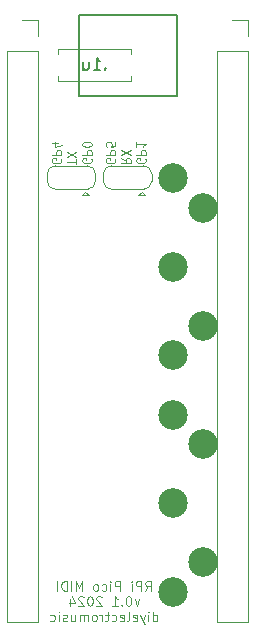
<source format=gbr>
%TF.GenerationSoftware,KiCad,Pcbnew,7.0.9*%
%TF.CreationDate,2024-05-31T08:48:14+01:00*%
%TF.ProjectId,PicoMIDIPackSingle,5069636f-4d49-4444-9950-61636b53696e,rev?*%
%TF.SameCoordinates,Original*%
%TF.FileFunction,Legend,Bot*%
%TF.FilePolarity,Positive*%
%FSLAX46Y46*%
G04 Gerber Fmt 4.6, Leading zero omitted, Abs format (unit mm)*
G04 Created by KiCad (PCBNEW 7.0.9) date 2024-05-31 08:48:14*
%MOMM*%
%LPD*%
G01*
G04 APERTURE LIST*
%ADD10C,0.150000*%
%ADD11C,0.100000*%
%ADD12C,0.120000*%
%ADD13C,2.499360*%
G04 APERTURE END LIST*
D10*
X45920000Y-74140000D02*
X54210000Y-74140000D01*
X54210000Y-80950000D01*
X45920000Y-80950000D01*
X45920000Y-74140000D01*
D11*
X51491713Y-122832895D02*
X51758380Y-122451942D01*
X51948856Y-122832895D02*
X51948856Y-122032895D01*
X51948856Y-122032895D02*
X51644094Y-122032895D01*
X51644094Y-122032895D02*
X51567904Y-122070990D01*
X51567904Y-122070990D02*
X51529809Y-122109085D01*
X51529809Y-122109085D02*
X51491713Y-122185276D01*
X51491713Y-122185276D02*
X51491713Y-122299561D01*
X51491713Y-122299561D02*
X51529809Y-122375752D01*
X51529809Y-122375752D02*
X51567904Y-122413847D01*
X51567904Y-122413847D02*
X51644094Y-122451942D01*
X51644094Y-122451942D02*
X51948856Y-122451942D01*
X51148856Y-122832895D02*
X51148856Y-122032895D01*
X51148856Y-122032895D02*
X50844094Y-122032895D01*
X50844094Y-122032895D02*
X50767904Y-122070990D01*
X50767904Y-122070990D02*
X50729809Y-122109085D01*
X50729809Y-122109085D02*
X50691713Y-122185276D01*
X50691713Y-122185276D02*
X50691713Y-122299561D01*
X50691713Y-122299561D02*
X50729809Y-122375752D01*
X50729809Y-122375752D02*
X50767904Y-122413847D01*
X50767904Y-122413847D02*
X50844094Y-122451942D01*
X50844094Y-122451942D02*
X51148856Y-122451942D01*
X50348856Y-122832895D02*
X50348856Y-122299561D01*
X50348856Y-122032895D02*
X50386952Y-122070990D01*
X50386952Y-122070990D02*
X50348856Y-122109085D01*
X50348856Y-122109085D02*
X50310761Y-122070990D01*
X50310761Y-122070990D02*
X50348856Y-122032895D01*
X50348856Y-122032895D02*
X50348856Y-122109085D01*
X49358380Y-122832895D02*
X49358380Y-122032895D01*
X49358380Y-122032895D02*
X49053618Y-122032895D01*
X49053618Y-122032895D02*
X48977428Y-122070990D01*
X48977428Y-122070990D02*
X48939333Y-122109085D01*
X48939333Y-122109085D02*
X48901237Y-122185276D01*
X48901237Y-122185276D02*
X48901237Y-122299561D01*
X48901237Y-122299561D02*
X48939333Y-122375752D01*
X48939333Y-122375752D02*
X48977428Y-122413847D01*
X48977428Y-122413847D02*
X49053618Y-122451942D01*
X49053618Y-122451942D02*
X49358380Y-122451942D01*
X48558380Y-122832895D02*
X48558380Y-122299561D01*
X48558380Y-122032895D02*
X48596476Y-122070990D01*
X48596476Y-122070990D02*
X48558380Y-122109085D01*
X48558380Y-122109085D02*
X48520285Y-122070990D01*
X48520285Y-122070990D02*
X48558380Y-122032895D01*
X48558380Y-122032895D02*
X48558380Y-122109085D01*
X47834571Y-122794800D02*
X47910762Y-122832895D01*
X47910762Y-122832895D02*
X48063143Y-122832895D01*
X48063143Y-122832895D02*
X48139333Y-122794800D01*
X48139333Y-122794800D02*
X48177428Y-122756704D01*
X48177428Y-122756704D02*
X48215524Y-122680514D01*
X48215524Y-122680514D02*
X48215524Y-122451942D01*
X48215524Y-122451942D02*
X48177428Y-122375752D01*
X48177428Y-122375752D02*
X48139333Y-122337657D01*
X48139333Y-122337657D02*
X48063143Y-122299561D01*
X48063143Y-122299561D02*
X47910762Y-122299561D01*
X47910762Y-122299561D02*
X47834571Y-122337657D01*
X47377429Y-122832895D02*
X47453619Y-122794800D01*
X47453619Y-122794800D02*
X47491714Y-122756704D01*
X47491714Y-122756704D02*
X47529810Y-122680514D01*
X47529810Y-122680514D02*
X47529810Y-122451942D01*
X47529810Y-122451942D02*
X47491714Y-122375752D01*
X47491714Y-122375752D02*
X47453619Y-122337657D01*
X47453619Y-122337657D02*
X47377429Y-122299561D01*
X47377429Y-122299561D02*
X47263143Y-122299561D01*
X47263143Y-122299561D02*
X47186952Y-122337657D01*
X47186952Y-122337657D02*
X47148857Y-122375752D01*
X47148857Y-122375752D02*
X47110762Y-122451942D01*
X47110762Y-122451942D02*
X47110762Y-122680514D01*
X47110762Y-122680514D02*
X47148857Y-122756704D01*
X47148857Y-122756704D02*
X47186952Y-122794800D01*
X47186952Y-122794800D02*
X47263143Y-122832895D01*
X47263143Y-122832895D02*
X47377429Y-122832895D01*
X46158380Y-122832895D02*
X46158380Y-122032895D01*
X46158380Y-122032895D02*
X45891714Y-122604323D01*
X45891714Y-122604323D02*
X45625047Y-122032895D01*
X45625047Y-122032895D02*
X45625047Y-122832895D01*
X45244094Y-122832895D02*
X45244094Y-122032895D01*
X44863142Y-122832895D02*
X44863142Y-122032895D01*
X44863142Y-122032895D02*
X44672666Y-122032895D01*
X44672666Y-122032895D02*
X44558380Y-122070990D01*
X44558380Y-122070990D02*
X44482190Y-122147180D01*
X44482190Y-122147180D02*
X44444095Y-122223371D01*
X44444095Y-122223371D02*
X44405999Y-122375752D01*
X44405999Y-122375752D02*
X44405999Y-122490038D01*
X44405999Y-122490038D02*
X44444095Y-122642419D01*
X44444095Y-122642419D02*
X44482190Y-122718609D01*
X44482190Y-122718609D02*
X44558380Y-122794800D01*
X44558380Y-122794800D02*
X44672666Y-122832895D01*
X44672666Y-122832895D02*
X44863142Y-122832895D01*
X44063142Y-122832895D02*
X44063142Y-122032895D01*
X50977429Y-123587561D02*
X50786953Y-124120895D01*
X50786953Y-124120895D02*
X50596476Y-123587561D01*
X50139333Y-123320895D02*
X50063143Y-123320895D01*
X50063143Y-123320895D02*
X49986952Y-123358990D01*
X49986952Y-123358990D02*
X49948857Y-123397085D01*
X49948857Y-123397085D02*
X49910762Y-123473276D01*
X49910762Y-123473276D02*
X49872667Y-123625657D01*
X49872667Y-123625657D02*
X49872667Y-123816133D01*
X49872667Y-123816133D02*
X49910762Y-123968514D01*
X49910762Y-123968514D02*
X49948857Y-124044704D01*
X49948857Y-124044704D02*
X49986952Y-124082800D01*
X49986952Y-124082800D02*
X50063143Y-124120895D01*
X50063143Y-124120895D02*
X50139333Y-124120895D01*
X50139333Y-124120895D02*
X50215524Y-124082800D01*
X50215524Y-124082800D02*
X50253619Y-124044704D01*
X50253619Y-124044704D02*
X50291714Y-123968514D01*
X50291714Y-123968514D02*
X50329810Y-123816133D01*
X50329810Y-123816133D02*
X50329810Y-123625657D01*
X50329810Y-123625657D02*
X50291714Y-123473276D01*
X50291714Y-123473276D02*
X50253619Y-123397085D01*
X50253619Y-123397085D02*
X50215524Y-123358990D01*
X50215524Y-123358990D02*
X50139333Y-123320895D01*
X49529809Y-124044704D02*
X49491714Y-124082800D01*
X49491714Y-124082800D02*
X49529809Y-124120895D01*
X49529809Y-124120895D02*
X49567905Y-124082800D01*
X49567905Y-124082800D02*
X49529809Y-124044704D01*
X49529809Y-124044704D02*
X49529809Y-124120895D01*
X48729810Y-124120895D02*
X49186953Y-124120895D01*
X48958381Y-124120895D02*
X48958381Y-123320895D01*
X48958381Y-123320895D02*
X49034572Y-123435180D01*
X49034572Y-123435180D02*
X49110762Y-123511371D01*
X49110762Y-123511371D02*
X49186953Y-123549466D01*
X47815524Y-123397085D02*
X47777428Y-123358990D01*
X47777428Y-123358990D02*
X47701238Y-123320895D01*
X47701238Y-123320895D02*
X47510762Y-123320895D01*
X47510762Y-123320895D02*
X47434571Y-123358990D01*
X47434571Y-123358990D02*
X47396476Y-123397085D01*
X47396476Y-123397085D02*
X47358381Y-123473276D01*
X47358381Y-123473276D02*
X47358381Y-123549466D01*
X47358381Y-123549466D02*
X47396476Y-123663752D01*
X47396476Y-123663752D02*
X47853619Y-124120895D01*
X47853619Y-124120895D02*
X47358381Y-124120895D01*
X46863142Y-123320895D02*
X46786952Y-123320895D01*
X46786952Y-123320895D02*
X46710761Y-123358990D01*
X46710761Y-123358990D02*
X46672666Y-123397085D01*
X46672666Y-123397085D02*
X46634571Y-123473276D01*
X46634571Y-123473276D02*
X46596476Y-123625657D01*
X46596476Y-123625657D02*
X46596476Y-123816133D01*
X46596476Y-123816133D02*
X46634571Y-123968514D01*
X46634571Y-123968514D02*
X46672666Y-124044704D01*
X46672666Y-124044704D02*
X46710761Y-124082800D01*
X46710761Y-124082800D02*
X46786952Y-124120895D01*
X46786952Y-124120895D02*
X46863142Y-124120895D01*
X46863142Y-124120895D02*
X46939333Y-124082800D01*
X46939333Y-124082800D02*
X46977428Y-124044704D01*
X46977428Y-124044704D02*
X47015523Y-123968514D01*
X47015523Y-123968514D02*
X47053619Y-123816133D01*
X47053619Y-123816133D02*
X47053619Y-123625657D01*
X47053619Y-123625657D02*
X47015523Y-123473276D01*
X47015523Y-123473276D02*
X46977428Y-123397085D01*
X46977428Y-123397085D02*
X46939333Y-123358990D01*
X46939333Y-123358990D02*
X46863142Y-123320895D01*
X46291714Y-123397085D02*
X46253618Y-123358990D01*
X46253618Y-123358990D02*
X46177428Y-123320895D01*
X46177428Y-123320895D02*
X45986952Y-123320895D01*
X45986952Y-123320895D02*
X45910761Y-123358990D01*
X45910761Y-123358990D02*
X45872666Y-123397085D01*
X45872666Y-123397085D02*
X45834571Y-123473276D01*
X45834571Y-123473276D02*
X45834571Y-123549466D01*
X45834571Y-123549466D02*
X45872666Y-123663752D01*
X45872666Y-123663752D02*
X46329809Y-124120895D01*
X46329809Y-124120895D02*
X45834571Y-124120895D01*
X45148856Y-123587561D02*
X45148856Y-124120895D01*
X45339332Y-123282800D02*
X45529809Y-123854228D01*
X45529809Y-123854228D02*
X45034570Y-123854228D01*
X52158380Y-125408895D02*
X52158380Y-124608895D01*
X52158380Y-125370800D02*
X52234571Y-125408895D01*
X52234571Y-125408895D02*
X52386952Y-125408895D01*
X52386952Y-125408895D02*
X52463142Y-125370800D01*
X52463142Y-125370800D02*
X52501237Y-125332704D01*
X52501237Y-125332704D02*
X52539333Y-125256514D01*
X52539333Y-125256514D02*
X52539333Y-125027942D01*
X52539333Y-125027942D02*
X52501237Y-124951752D01*
X52501237Y-124951752D02*
X52463142Y-124913657D01*
X52463142Y-124913657D02*
X52386952Y-124875561D01*
X52386952Y-124875561D02*
X52234571Y-124875561D01*
X52234571Y-124875561D02*
X52158380Y-124913657D01*
X51777427Y-125408895D02*
X51777427Y-124875561D01*
X51777427Y-124608895D02*
X51815523Y-124646990D01*
X51815523Y-124646990D02*
X51777427Y-124685085D01*
X51777427Y-124685085D02*
X51739332Y-124646990D01*
X51739332Y-124646990D02*
X51777427Y-124608895D01*
X51777427Y-124608895D02*
X51777427Y-124685085D01*
X51472666Y-124875561D02*
X51282190Y-125408895D01*
X51091713Y-124875561D02*
X51282190Y-125408895D01*
X51282190Y-125408895D02*
X51358380Y-125599371D01*
X51358380Y-125599371D02*
X51396475Y-125637466D01*
X51396475Y-125637466D02*
X51472666Y-125675561D01*
X50482189Y-125370800D02*
X50558380Y-125408895D01*
X50558380Y-125408895D02*
X50710761Y-125408895D01*
X50710761Y-125408895D02*
X50786951Y-125370800D01*
X50786951Y-125370800D02*
X50825047Y-125294609D01*
X50825047Y-125294609D02*
X50825047Y-124989847D01*
X50825047Y-124989847D02*
X50786951Y-124913657D01*
X50786951Y-124913657D02*
X50710761Y-124875561D01*
X50710761Y-124875561D02*
X50558380Y-124875561D01*
X50558380Y-124875561D02*
X50482189Y-124913657D01*
X50482189Y-124913657D02*
X50444094Y-124989847D01*
X50444094Y-124989847D02*
X50444094Y-125066038D01*
X50444094Y-125066038D02*
X50825047Y-125142228D01*
X49986952Y-125408895D02*
X50063142Y-125370800D01*
X50063142Y-125370800D02*
X50101237Y-125294609D01*
X50101237Y-125294609D02*
X50101237Y-124608895D01*
X49377427Y-125370800D02*
X49453618Y-125408895D01*
X49453618Y-125408895D02*
X49605999Y-125408895D01*
X49605999Y-125408895D02*
X49682189Y-125370800D01*
X49682189Y-125370800D02*
X49720285Y-125294609D01*
X49720285Y-125294609D02*
X49720285Y-124989847D01*
X49720285Y-124989847D02*
X49682189Y-124913657D01*
X49682189Y-124913657D02*
X49605999Y-124875561D01*
X49605999Y-124875561D02*
X49453618Y-124875561D01*
X49453618Y-124875561D02*
X49377427Y-124913657D01*
X49377427Y-124913657D02*
X49339332Y-124989847D01*
X49339332Y-124989847D02*
X49339332Y-125066038D01*
X49339332Y-125066038D02*
X49720285Y-125142228D01*
X48653618Y-125370800D02*
X48729809Y-125408895D01*
X48729809Y-125408895D02*
X48882190Y-125408895D01*
X48882190Y-125408895D02*
X48958380Y-125370800D01*
X48958380Y-125370800D02*
X48996475Y-125332704D01*
X48996475Y-125332704D02*
X49034571Y-125256514D01*
X49034571Y-125256514D02*
X49034571Y-125027942D01*
X49034571Y-125027942D02*
X48996475Y-124951752D01*
X48996475Y-124951752D02*
X48958380Y-124913657D01*
X48958380Y-124913657D02*
X48882190Y-124875561D01*
X48882190Y-124875561D02*
X48729809Y-124875561D01*
X48729809Y-124875561D02*
X48653618Y-124913657D01*
X48425047Y-124875561D02*
X48120285Y-124875561D01*
X48310761Y-124608895D02*
X48310761Y-125294609D01*
X48310761Y-125294609D02*
X48272666Y-125370800D01*
X48272666Y-125370800D02*
X48196476Y-125408895D01*
X48196476Y-125408895D02*
X48120285Y-125408895D01*
X47853618Y-125408895D02*
X47853618Y-124875561D01*
X47853618Y-125027942D02*
X47815523Y-124951752D01*
X47815523Y-124951752D02*
X47777428Y-124913657D01*
X47777428Y-124913657D02*
X47701237Y-124875561D01*
X47701237Y-124875561D02*
X47625047Y-124875561D01*
X47244095Y-125408895D02*
X47320285Y-125370800D01*
X47320285Y-125370800D02*
X47358380Y-125332704D01*
X47358380Y-125332704D02*
X47396476Y-125256514D01*
X47396476Y-125256514D02*
X47396476Y-125027942D01*
X47396476Y-125027942D02*
X47358380Y-124951752D01*
X47358380Y-124951752D02*
X47320285Y-124913657D01*
X47320285Y-124913657D02*
X47244095Y-124875561D01*
X47244095Y-124875561D02*
X47129809Y-124875561D01*
X47129809Y-124875561D02*
X47053618Y-124913657D01*
X47053618Y-124913657D02*
X47015523Y-124951752D01*
X47015523Y-124951752D02*
X46977428Y-125027942D01*
X46977428Y-125027942D02*
X46977428Y-125256514D01*
X46977428Y-125256514D02*
X47015523Y-125332704D01*
X47015523Y-125332704D02*
X47053618Y-125370800D01*
X47053618Y-125370800D02*
X47129809Y-125408895D01*
X47129809Y-125408895D02*
X47244095Y-125408895D01*
X46634570Y-125408895D02*
X46634570Y-124875561D01*
X46634570Y-124951752D02*
X46596475Y-124913657D01*
X46596475Y-124913657D02*
X46520285Y-124875561D01*
X46520285Y-124875561D02*
X46405999Y-124875561D01*
X46405999Y-124875561D02*
X46329808Y-124913657D01*
X46329808Y-124913657D02*
X46291713Y-124989847D01*
X46291713Y-124989847D02*
X46291713Y-125408895D01*
X46291713Y-124989847D02*
X46253618Y-124913657D01*
X46253618Y-124913657D02*
X46177427Y-124875561D01*
X46177427Y-124875561D02*
X46063142Y-124875561D01*
X46063142Y-124875561D02*
X45986951Y-124913657D01*
X45986951Y-124913657D02*
X45948856Y-124989847D01*
X45948856Y-124989847D02*
X45948856Y-125408895D01*
X45225046Y-124875561D02*
X45225046Y-125408895D01*
X45567903Y-124875561D02*
X45567903Y-125294609D01*
X45567903Y-125294609D02*
X45529808Y-125370800D01*
X45529808Y-125370800D02*
X45453618Y-125408895D01*
X45453618Y-125408895D02*
X45339332Y-125408895D01*
X45339332Y-125408895D02*
X45263141Y-125370800D01*
X45263141Y-125370800D02*
X45225046Y-125332704D01*
X44882189Y-125370800D02*
X44805998Y-125408895D01*
X44805998Y-125408895D02*
X44653617Y-125408895D01*
X44653617Y-125408895D02*
X44577427Y-125370800D01*
X44577427Y-125370800D02*
X44539331Y-125294609D01*
X44539331Y-125294609D02*
X44539331Y-125256514D01*
X44539331Y-125256514D02*
X44577427Y-125180323D01*
X44577427Y-125180323D02*
X44653617Y-125142228D01*
X44653617Y-125142228D02*
X44767903Y-125142228D01*
X44767903Y-125142228D02*
X44844093Y-125104133D01*
X44844093Y-125104133D02*
X44882189Y-125027942D01*
X44882189Y-125027942D02*
X44882189Y-124989847D01*
X44882189Y-124989847D02*
X44844093Y-124913657D01*
X44844093Y-124913657D02*
X44767903Y-124875561D01*
X44767903Y-124875561D02*
X44653617Y-124875561D01*
X44653617Y-124875561D02*
X44577427Y-124913657D01*
X44196474Y-125408895D02*
X44196474Y-124875561D01*
X44196474Y-124608895D02*
X44234570Y-124646990D01*
X44234570Y-124646990D02*
X44196474Y-124685085D01*
X44196474Y-124685085D02*
X44158379Y-124646990D01*
X44158379Y-124646990D02*
X44196474Y-124608895D01*
X44196474Y-124608895D02*
X44196474Y-124685085D01*
X43472665Y-125370800D02*
X43548856Y-125408895D01*
X43548856Y-125408895D02*
X43701237Y-125408895D01*
X43701237Y-125408895D02*
X43777427Y-125370800D01*
X43777427Y-125370800D02*
X43815522Y-125332704D01*
X43815522Y-125332704D02*
X43853618Y-125256514D01*
X43853618Y-125256514D02*
X43853618Y-125027942D01*
X43853618Y-125027942D02*
X43815522Y-124951752D01*
X43815522Y-124951752D02*
X43777427Y-124913657D01*
X43777427Y-124913657D02*
X43701237Y-124875561D01*
X43701237Y-124875561D02*
X43548856Y-124875561D01*
X43548856Y-124875561D02*
X43472665Y-124913657D01*
X46925009Y-86260877D02*
X46963104Y-86327544D01*
X46963104Y-86327544D02*
X46963104Y-86427544D01*
X46963104Y-86427544D02*
X46925009Y-86527544D01*
X46925009Y-86527544D02*
X46848819Y-86594211D01*
X46848819Y-86594211D02*
X46772628Y-86627544D01*
X46772628Y-86627544D02*
X46620247Y-86660877D01*
X46620247Y-86660877D02*
X46505961Y-86660877D01*
X46505961Y-86660877D02*
X46353580Y-86627544D01*
X46353580Y-86627544D02*
X46277390Y-86594211D01*
X46277390Y-86594211D02*
X46201200Y-86527544D01*
X46201200Y-86527544D02*
X46163104Y-86427544D01*
X46163104Y-86427544D02*
X46163104Y-86360877D01*
X46163104Y-86360877D02*
X46201200Y-86260877D01*
X46201200Y-86260877D02*
X46239295Y-86227544D01*
X46239295Y-86227544D02*
X46505961Y-86227544D01*
X46505961Y-86227544D02*
X46505961Y-86360877D01*
X46163104Y-85927544D02*
X46963104Y-85927544D01*
X46963104Y-85927544D02*
X46963104Y-85660877D01*
X46963104Y-85660877D02*
X46925009Y-85594211D01*
X46925009Y-85594211D02*
X46886914Y-85560877D01*
X46886914Y-85560877D02*
X46810723Y-85527544D01*
X46810723Y-85527544D02*
X46696438Y-85527544D01*
X46696438Y-85527544D02*
X46620247Y-85560877D01*
X46620247Y-85560877D02*
X46582152Y-85594211D01*
X46582152Y-85594211D02*
X46544057Y-85660877D01*
X46544057Y-85660877D02*
X46544057Y-85927544D01*
X46963104Y-85094211D02*
X46963104Y-85027544D01*
X46963104Y-85027544D02*
X46925009Y-84960877D01*
X46925009Y-84960877D02*
X46886914Y-84927544D01*
X46886914Y-84927544D02*
X46810723Y-84894211D01*
X46810723Y-84894211D02*
X46658342Y-84860877D01*
X46658342Y-84860877D02*
X46467866Y-84860877D01*
X46467866Y-84860877D02*
X46315485Y-84894211D01*
X46315485Y-84894211D02*
X46239295Y-84927544D01*
X46239295Y-84927544D02*
X46201200Y-84960877D01*
X46201200Y-84960877D02*
X46163104Y-85027544D01*
X46163104Y-85027544D02*
X46163104Y-85094211D01*
X46163104Y-85094211D02*
X46201200Y-85160877D01*
X46201200Y-85160877D02*
X46239295Y-85194211D01*
X46239295Y-85194211D02*
X46315485Y-85227544D01*
X46315485Y-85227544D02*
X46467866Y-85260877D01*
X46467866Y-85260877D02*
X46658342Y-85260877D01*
X46658342Y-85260877D02*
X46810723Y-85227544D01*
X46810723Y-85227544D02*
X46886914Y-85194211D01*
X46886914Y-85194211D02*
X46925009Y-85160877D01*
X46925009Y-85160877D02*
X46963104Y-85094211D01*
X45675104Y-86727544D02*
X45675104Y-86327544D01*
X44875104Y-86527544D02*
X45675104Y-86527544D01*
X45675104Y-86160878D02*
X44875104Y-85694211D01*
X45675104Y-85694211D02*
X44875104Y-86160878D01*
X44349009Y-86260877D02*
X44387104Y-86327544D01*
X44387104Y-86327544D02*
X44387104Y-86427544D01*
X44387104Y-86427544D02*
X44349009Y-86527544D01*
X44349009Y-86527544D02*
X44272819Y-86594211D01*
X44272819Y-86594211D02*
X44196628Y-86627544D01*
X44196628Y-86627544D02*
X44044247Y-86660877D01*
X44044247Y-86660877D02*
X43929961Y-86660877D01*
X43929961Y-86660877D02*
X43777580Y-86627544D01*
X43777580Y-86627544D02*
X43701390Y-86594211D01*
X43701390Y-86594211D02*
X43625200Y-86527544D01*
X43625200Y-86527544D02*
X43587104Y-86427544D01*
X43587104Y-86427544D02*
X43587104Y-86360877D01*
X43587104Y-86360877D02*
X43625200Y-86260877D01*
X43625200Y-86260877D02*
X43663295Y-86227544D01*
X43663295Y-86227544D02*
X43929961Y-86227544D01*
X43929961Y-86227544D02*
X43929961Y-86360877D01*
X43587104Y-85927544D02*
X44387104Y-85927544D01*
X44387104Y-85927544D02*
X44387104Y-85660877D01*
X44387104Y-85660877D02*
X44349009Y-85594211D01*
X44349009Y-85594211D02*
X44310914Y-85560877D01*
X44310914Y-85560877D02*
X44234723Y-85527544D01*
X44234723Y-85527544D02*
X44120438Y-85527544D01*
X44120438Y-85527544D02*
X44044247Y-85560877D01*
X44044247Y-85560877D02*
X44006152Y-85594211D01*
X44006152Y-85594211D02*
X43968057Y-85660877D01*
X43968057Y-85660877D02*
X43968057Y-85927544D01*
X44120438Y-84927544D02*
X43587104Y-84927544D01*
X44425200Y-85094211D02*
X43853771Y-85260877D01*
X43853771Y-85260877D02*
X43853771Y-84827544D01*
X51505009Y-86260877D02*
X51543104Y-86327544D01*
X51543104Y-86327544D02*
X51543104Y-86427544D01*
X51543104Y-86427544D02*
X51505009Y-86527544D01*
X51505009Y-86527544D02*
X51428819Y-86594211D01*
X51428819Y-86594211D02*
X51352628Y-86627544D01*
X51352628Y-86627544D02*
X51200247Y-86660877D01*
X51200247Y-86660877D02*
X51085961Y-86660877D01*
X51085961Y-86660877D02*
X50933580Y-86627544D01*
X50933580Y-86627544D02*
X50857390Y-86594211D01*
X50857390Y-86594211D02*
X50781200Y-86527544D01*
X50781200Y-86527544D02*
X50743104Y-86427544D01*
X50743104Y-86427544D02*
X50743104Y-86360877D01*
X50743104Y-86360877D02*
X50781200Y-86260877D01*
X50781200Y-86260877D02*
X50819295Y-86227544D01*
X50819295Y-86227544D02*
X51085961Y-86227544D01*
X51085961Y-86227544D02*
X51085961Y-86360877D01*
X50743104Y-85927544D02*
X51543104Y-85927544D01*
X51543104Y-85927544D02*
X51543104Y-85660877D01*
X51543104Y-85660877D02*
X51505009Y-85594211D01*
X51505009Y-85594211D02*
X51466914Y-85560877D01*
X51466914Y-85560877D02*
X51390723Y-85527544D01*
X51390723Y-85527544D02*
X51276438Y-85527544D01*
X51276438Y-85527544D02*
X51200247Y-85560877D01*
X51200247Y-85560877D02*
X51162152Y-85594211D01*
X51162152Y-85594211D02*
X51124057Y-85660877D01*
X51124057Y-85660877D02*
X51124057Y-85927544D01*
X50743104Y-84860877D02*
X50743104Y-85260877D01*
X50743104Y-85060877D02*
X51543104Y-85060877D01*
X51543104Y-85060877D02*
X51428819Y-85127544D01*
X51428819Y-85127544D02*
X51352628Y-85194211D01*
X51352628Y-85194211D02*
X51314533Y-85260877D01*
X49455104Y-86227544D02*
X49836057Y-86460877D01*
X49455104Y-86627544D02*
X50255104Y-86627544D01*
X50255104Y-86627544D02*
X50255104Y-86360877D01*
X50255104Y-86360877D02*
X50217009Y-86294211D01*
X50217009Y-86294211D02*
X50178914Y-86260877D01*
X50178914Y-86260877D02*
X50102723Y-86227544D01*
X50102723Y-86227544D02*
X49988438Y-86227544D01*
X49988438Y-86227544D02*
X49912247Y-86260877D01*
X49912247Y-86260877D02*
X49874152Y-86294211D01*
X49874152Y-86294211D02*
X49836057Y-86360877D01*
X49836057Y-86360877D02*
X49836057Y-86627544D01*
X50255104Y-85994211D02*
X49455104Y-85527544D01*
X50255104Y-85527544D02*
X49455104Y-85994211D01*
X48929009Y-86260877D02*
X48967104Y-86327544D01*
X48967104Y-86327544D02*
X48967104Y-86427544D01*
X48967104Y-86427544D02*
X48929009Y-86527544D01*
X48929009Y-86527544D02*
X48852819Y-86594211D01*
X48852819Y-86594211D02*
X48776628Y-86627544D01*
X48776628Y-86627544D02*
X48624247Y-86660877D01*
X48624247Y-86660877D02*
X48509961Y-86660877D01*
X48509961Y-86660877D02*
X48357580Y-86627544D01*
X48357580Y-86627544D02*
X48281390Y-86594211D01*
X48281390Y-86594211D02*
X48205200Y-86527544D01*
X48205200Y-86527544D02*
X48167104Y-86427544D01*
X48167104Y-86427544D02*
X48167104Y-86360877D01*
X48167104Y-86360877D02*
X48205200Y-86260877D01*
X48205200Y-86260877D02*
X48243295Y-86227544D01*
X48243295Y-86227544D02*
X48509961Y-86227544D01*
X48509961Y-86227544D02*
X48509961Y-86360877D01*
X48167104Y-85927544D02*
X48967104Y-85927544D01*
X48967104Y-85927544D02*
X48967104Y-85660877D01*
X48967104Y-85660877D02*
X48929009Y-85594211D01*
X48929009Y-85594211D02*
X48890914Y-85560877D01*
X48890914Y-85560877D02*
X48814723Y-85527544D01*
X48814723Y-85527544D02*
X48700438Y-85527544D01*
X48700438Y-85527544D02*
X48624247Y-85560877D01*
X48624247Y-85560877D02*
X48586152Y-85594211D01*
X48586152Y-85594211D02*
X48548057Y-85660877D01*
X48548057Y-85660877D02*
X48548057Y-85927544D01*
X48967104Y-84894211D02*
X48967104Y-85227544D01*
X48967104Y-85227544D02*
X48586152Y-85260877D01*
X48586152Y-85260877D02*
X48624247Y-85227544D01*
X48624247Y-85227544D02*
X48662342Y-85160877D01*
X48662342Y-85160877D02*
X48662342Y-84994211D01*
X48662342Y-84994211D02*
X48624247Y-84927544D01*
X48624247Y-84927544D02*
X48586152Y-84894211D01*
X48586152Y-84894211D02*
X48509961Y-84860877D01*
X48509961Y-84860877D02*
X48319485Y-84860877D01*
X48319485Y-84860877D02*
X48243295Y-84894211D01*
X48243295Y-84894211D02*
X48205200Y-84927544D01*
X48205200Y-84927544D02*
X48167104Y-84994211D01*
X48167104Y-84994211D02*
X48167104Y-85160877D01*
X48167104Y-85160877D02*
X48205200Y-85227544D01*
X48205200Y-85227544D02*
X48243295Y-85260877D01*
D10*
X48128570Y-78629580D02*
X48080951Y-78677200D01*
X48080951Y-78677200D02*
X48128570Y-78724819D01*
X48128570Y-78724819D02*
X48176189Y-78677200D01*
X48176189Y-78677200D02*
X48128570Y-78629580D01*
X48128570Y-78629580D02*
X48128570Y-78724819D01*
X47128571Y-78724819D02*
X47699999Y-78724819D01*
X47414285Y-78724819D02*
X47414285Y-77724819D01*
X47414285Y-77724819D02*
X47509523Y-77867676D01*
X47509523Y-77867676D02*
X47604761Y-77962914D01*
X47604761Y-77962914D02*
X47699999Y-78010533D01*
X46271428Y-78058152D02*
X46271428Y-78724819D01*
X46699999Y-78058152D02*
X46699999Y-78581961D01*
X46699999Y-78581961D02*
X46652380Y-78677200D01*
X46652380Y-78677200D02*
X46557142Y-78724819D01*
X46557142Y-78724819D02*
X46414285Y-78724819D01*
X46414285Y-78724819D02*
X46319047Y-78677200D01*
X46319047Y-78677200D02*
X46271428Y-78629580D01*
D12*
%TO.C,JP1*%
X52050000Y-88160000D02*
X52050000Y-87560000D01*
X51500000Y-89360000D02*
X50900000Y-89360000D01*
X51400000Y-86860000D02*
X48600000Y-86860000D01*
X51200000Y-89060000D02*
X51500000Y-89360000D01*
X51200000Y-89060000D02*
X50900000Y-89360000D01*
X48600000Y-88860000D02*
X51400000Y-88860000D01*
X47950000Y-87560000D02*
X47950000Y-88160000D01*
X51350000Y-88860000D02*
G75*
G03*
X52050000Y-88160000I1J699999D01*
G01*
X52050000Y-87560000D02*
G75*
G03*
X51350000Y-86860000I-699999J1D01*
G01*
X47950000Y-88160000D02*
G75*
G03*
X48650000Y-88860000I700000J0D01*
G01*
X48650000Y-86860000D02*
G75*
G03*
X47950000Y-87560000I0J-700000D01*
G01*
%TO.C,C1*%
X44080000Y-76990000D02*
X50320000Y-76990000D01*
X44080000Y-77435000D02*
X44080000Y-76990000D01*
X44080000Y-79730000D02*
X44080000Y-79285000D01*
X44080000Y-79730000D02*
X50320000Y-79730000D01*
X50320000Y-77435000D02*
X50320000Y-76990000D01*
X50320000Y-79730000D02*
X50320000Y-79285000D01*
%TO.C,J5*%
X60220000Y-125460000D02*
X57560000Y-125460000D01*
X60220000Y-77140000D02*
X60220000Y-125460000D01*
X60220000Y-77140000D02*
X57560000Y-77140000D01*
X60220000Y-75870000D02*
X60220000Y-74540000D01*
X60220000Y-74540000D02*
X58890000Y-74540000D01*
X57560000Y-77140000D02*
X57560000Y-125460000D01*
%TO.C,J6*%
X42440000Y-125460000D02*
X39780000Y-125460000D01*
X42440000Y-77140000D02*
X42440000Y-125460000D01*
X42440000Y-77140000D02*
X39780000Y-77140000D01*
X42440000Y-75870000D02*
X42440000Y-74540000D01*
X42440000Y-74540000D02*
X41110000Y-74540000D01*
X39780000Y-77140000D02*
X39780000Y-125460000D01*
%TO.C,JP2*%
X47290000Y-88160000D02*
X47290000Y-87560000D01*
X46740000Y-89360000D02*
X46140000Y-89360000D01*
X46640000Y-86860000D02*
X43840000Y-86860000D01*
X46440000Y-89060000D02*
X46740000Y-89360000D01*
X46440000Y-89060000D02*
X46140000Y-89360000D01*
X43840000Y-88860000D02*
X46640000Y-88860000D01*
X43190000Y-87560000D02*
X43190000Y-88160000D01*
X46590000Y-88860000D02*
G75*
G03*
X47290000Y-88160000I1J699999D01*
G01*
X47290000Y-87560000D02*
G75*
G03*
X46590000Y-86860000I-699999J1D01*
G01*
X43190000Y-88160000D02*
G75*
G03*
X43890000Y-88860000I700000J0D01*
G01*
X43890000Y-86860000D02*
G75*
G03*
X43190000Y-87560000I0J-700000D01*
G01*
%TD*%
D13*
%TO.C,J1*%
X56364100Y-90428820D03*
X56364100Y-100421180D03*
X53862200Y-87926920D03*
X53864740Y-95425000D03*
X53862200Y-102923080D03*
%TD*%
%TO.C,J2*%
X53862200Y-122923080D03*
X53864740Y-115425000D03*
X53862200Y-107926920D03*
X56364100Y-120421180D03*
X56364100Y-110428820D03*
%TD*%
M02*

</source>
